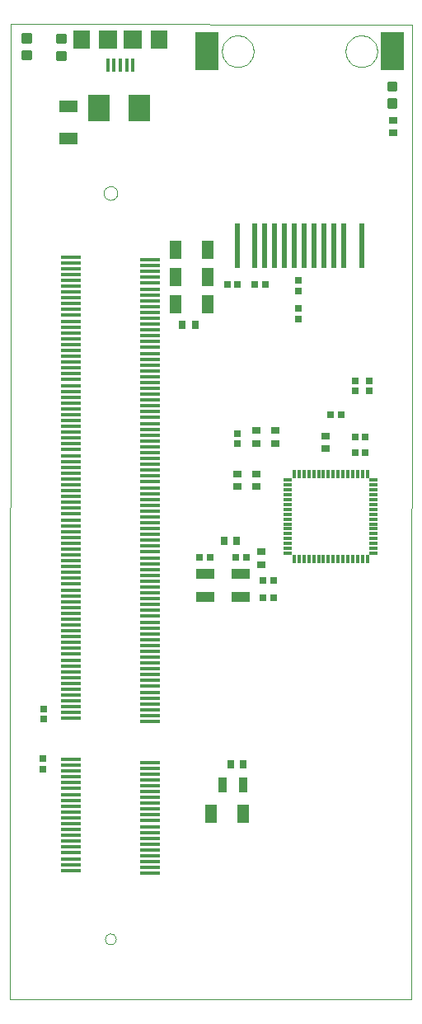
<source format=gtp>
G75*
%MOIN*%
%OFA0B0*%
%FSLAX24Y24*%
%IPPOS*%
%LPD*%
%AMOC8*
5,1,8,0,0,1.08239X$1,22.5*
%
%ADD10C,0.0000*%
%ADD11R,0.0900X0.1100*%
%ADD12C,0.0118*%
%ADD13R,0.0748X0.0433*%
%ADD14R,0.0740X0.0480*%
%ADD15R,0.0480X0.0740*%
%ADD16R,0.0276X0.0354*%
%ADD17R,0.0138X0.0551*%
%ADD18R,0.0709X0.0748*%
%ADD19R,0.0748X0.0748*%
%ADD20R,0.0354X0.0276*%
%ADD21R,0.0300X0.0270*%
%ADD22R,0.0270X0.0300*%
%ADD23R,0.0120X0.0320*%
%ADD24R,0.0320X0.0120*%
%ADD25R,0.0240X0.1810*%
%ADD26R,0.0980X0.1540*%
%ADD27R,0.0380X0.0600*%
%ADD28R,0.0787X0.0138*%
D10*
X002495Y003425D02*
X002515Y042865D01*
X018747Y042855D01*
X018717Y003425D01*
X002495Y003425D01*
X006338Y005873D02*
X006340Y005902D01*
X006346Y005930D01*
X006355Y005958D01*
X006368Y005984D01*
X006385Y006007D01*
X006404Y006029D01*
X006426Y006048D01*
X006451Y006063D01*
X006477Y006076D01*
X006505Y006084D01*
X006533Y006089D01*
X006562Y006090D01*
X006591Y006087D01*
X006619Y006080D01*
X006646Y006070D01*
X006672Y006056D01*
X006695Y006039D01*
X006716Y006019D01*
X006734Y005996D01*
X006749Y005971D01*
X006760Y005944D01*
X006768Y005916D01*
X006772Y005887D01*
X006772Y005859D01*
X006768Y005830D01*
X006760Y005802D01*
X006749Y005775D01*
X006734Y005750D01*
X006716Y005727D01*
X006695Y005707D01*
X006672Y005690D01*
X006646Y005676D01*
X006619Y005666D01*
X006591Y005659D01*
X006562Y005656D01*
X006533Y005657D01*
X006505Y005662D01*
X006477Y005670D01*
X006451Y005683D01*
X006426Y005698D01*
X006404Y005717D01*
X006385Y005739D01*
X006368Y005762D01*
X006355Y005788D01*
X006346Y005816D01*
X006340Y005844D01*
X006338Y005873D01*
X006279Y036031D02*
X006281Y036064D01*
X006287Y036096D01*
X006296Y036127D01*
X006309Y036157D01*
X006326Y036185D01*
X006346Y036211D01*
X006369Y036235D01*
X006394Y036255D01*
X006422Y036273D01*
X006451Y036287D01*
X006482Y036297D01*
X006514Y036304D01*
X006547Y036307D01*
X006580Y036306D01*
X006612Y036301D01*
X006643Y036292D01*
X006674Y036280D01*
X006702Y036264D01*
X006729Y036245D01*
X006753Y036223D01*
X006774Y036198D01*
X006793Y036171D01*
X006808Y036142D01*
X006819Y036112D01*
X006827Y036080D01*
X006831Y036047D01*
X006831Y036015D01*
X006827Y035982D01*
X006819Y035950D01*
X006808Y035920D01*
X006793Y035891D01*
X006774Y035864D01*
X006753Y035839D01*
X006729Y035817D01*
X006702Y035798D01*
X006674Y035782D01*
X006643Y035770D01*
X006612Y035761D01*
X006580Y035756D01*
X006547Y035755D01*
X006514Y035758D01*
X006482Y035765D01*
X006451Y035775D01*
X006422Y035789D01*
X006394Y035807D01*
X006369Y035827D01*
X006346Y035851D01*
X006326Y035877D01*
X006309Y035905D01*
X006296Y035935D01*
X006287Y035966D01*
X006281Y035998D01*
X006279Y036031D01*
X011065Y041765D02*
X011067Y041815D01*
X011073Y041865D01*
X011083Y041914D01*
X011096Y041963D01*
X011114Y042010D01*
X011135Y042056D01*
X011159Y042099D01*
X011187Y042141D01*
X011218Y042181D01*
X011252Y042218D01*
X011289Y042252D01*
X011329Y042283D01*
X011371Y042311D01*
X011414Y042335D01*
X011460Y042356D01*
X011507Y042374D01*
X011556Y042387D01*
X011605Y042397D01*
X011655Y042403D01*
X011705Y042405D01*
X011755Y042403D01*
X011805Y042397D01*
X011854Y042387D01*
X011903Y042374D01*
X011950Y042356D01*
X011996Y042335D01*
X012039Y042311D01*
X012081Y042283D01*
X012121Y042252D01*
X012158Y042218D01*
X012192Y042181D01*
X012223Y042141D01*
X012251Y042099D01*
X012275Y042056D01*
X012296Y042010D01*
X012314Y041963D01*
X012327Y041914D01*
X012337Y041865D01*
X012343Y041815D01*
X012345Y041765D01*
X012343Y041715D01*
X012337Y041665D01*
X012327Y041616D01*
X012314Y041567D01*
X012296Y041520D01*
X012275Y041474D01*
X012251Y041431D01*
X012223Y041389D01*
X012192Y041349D01*
X012158Y041312D01*
X012121Y041278D01*
X012081Y041247D01*
X012039Y041219D01*
X011996Y041195D01*
X011950Y041174D01*
X011903Y041156D01*
X011854Y041143D01*
X011805Y041133D01*
X011755Y041127D01*
X011705Y041125D01*
X011655Y041127D01*
X011605Y041133D01*
X011556Y041143D01*
X011507Y041156D01*
X011460Y041174D01*
X011414Y041195D01*
X011371Y041219D01*
X011329Y041247D01*
X011289Y041278D01*
X011252Y041312D01*
X011218Y041349D01*
X011187Y041389D01*
X011159Y041431D01*
X011135Y041474D01*
X011114Y041520D01*
X011096Y041567D01*
X011083Y041616D01*
X011073Y041665D01*
X011067Y041715D01*
X011065Y041765D01*
X016065Y041765D02*
X016067Y041815D01*
X016073Y041865D01*
X016083Y041914D01*
X016096Y041963D01*
X016114Y042010D01*
X016135Y042056D01*
X016159Y042099D01*
X016187Y042141D01*
X016218Y042181D01*
X016252Y042218D01*
X016289Y042252D01*
X016329Y042283D01*
X016371Y042311D01*
X016414Y042335D01*
X016460Y042356D01*
X016507Y042374D01*
X016556Y042387D01*
X016605Y042397D01*
X016655Y042403D01*
X016705Y042405D01*
X016755Y042403D01*
X016805Y042397D01*
X016854Y042387D01*
X016903Y042374D01*
X016950Y042356D01*
X016996Y042335D01*
X017039Y042311D01*
X017081Y042283D01*
X017121Y042252D01*
X017158Y042218D01*
X017192Y042181D01*
X017223Y042141D01*
X017251Y042099D01*
X017275Y042056D01*
X017296Y042010D01*
X017314Y041963D01*
X017327Y041914D01*
X017337Y041865D01*
X017343Y041815D01*
X017345Y041765D01*
X017343Y041715D01*
X017337Y041665D01*
X017327Y041616D01*
X017314Y041567D01*
X017296Y041520D01*
X017275Y041474D01*
X017251Y041431D01*
X017223Y041389D01*
X017192Y041349D01*
X017158Y041312D01*
X017121Y041278D01*
X017081Y041247D01*
X017039Y041219D01*
X016996Y041195D01*
X016950Y041174D01*
X016903Y041156D01*
X016854Y041143D01*
X016805Y041133D01*
X016755Y041127D01*
X016705Y041125D01*
X016655Y041127D01*
X016605Y041133D01*
X016556Y041143D01*
X016507Y041156D01*
X016460Y041174D01*
X016414Y041195D01*
X016371Y041219D01*
X016329Y041247D01*
X016289Y041278D01*
X016252Y041312D01*
X016218Y041349D01*
X016187Y041389D01*
X016159Y041431D01*
X016135Y041474D01*
X016114Y041520D01*
X016096Y041567D01*
X016083Y041616D01*
X016073Y041665D01*
X016067Y041715D01*
X016065Y041765D01*
D11*
X007711Y039485D03*
X006099Y039485D03*
D12*
X004713Y041442D02*
X004437Y041442D01*
X004437Y041718D01*
X004713Y041718D01*
X004713Y041442D01*
X004713Y041559D02*
X004437Y041559D01*
X004437Y041676D02*
X004713Y041676D01*
X004713Y042132D02*
X004437Y042132D01*
X004437Y042408D01*
X004713Y042408D01*
X004713Y042132D01*
X004713Y042249D02*
X004437Y042249D01*
X004437Y042366D02*
X004713Y042366D01*
X003313Y042428D02*
X003037Y042428D01*
X003313Y042428D02*
X003313Y042152D01*
X003037Y042152D01*
X003037Y042428D01*
X003037Y042269D02*
X003313Y042269D01*
X003313Y042386D02*
X003037Y042386D01*
X003037Y041738D02*
X003313Y041738D01*
X003313Y041462D01*
X003037Y041462D01*
X003037Y041738D01*
X003037Y041579D02*
X003313Y041579D01*
X003313Y041696D02*
X003037Y041696D01*
X017827Y040212D02*
X018103Y040212D01*
X017827Y040212D02*
X017827Y040488D01*
X018103Y040488D01*
X018103Y040212D01*
X018103Y040329D02*
X017827Y040329D01*
X017827Y040446D02*
X018103Y040446D01*
X018103Y039522D02*
X017827Y039522D01*
X017827Y039798D01*
X018103Y039798D01*
X018103Y039522D01*
X018103Y039639D02*
X017827Y039639D01*
X017827Y039756D02*
X018103Y039756D01*
D13*
X011833Y020628D03*
X011833Y019722D03*
X010377Y019722D03*
X010377Y020628D03*
D14*
X004845Y038235D03*
X004845Y039535D03*
D15*
X009185Y033755D03*
X009195Y032635D03*
X009205Y031535D03*
X010505Y031535D03*
X010495Y032635D03*
X010485Y033755D03*
X010615Y010935D03*
X011915Y010935D03*
D16*
X011921Y012935D03*
X011409Y012935D03*
X011661Y021965D03*
X011149Y021965D03*
X009981Y030715D03*
X009469Y030715D03*
D17*
X007467Y041202D03*
X007211Y041202D03*
X006955Y041202D03*
X006699Y041202D03*
X006443Y041202D03*
D18*
X005380Y042245D03*
X008530Y042245D03*
D19*
X007455Y042245D03*
X006455Y042245D03*
D20*
X012455Y026431D03*
X012455Y025919D03*
X013235Y025919D03*
X013235Y026431D03*
X012455Y024681D03*
X012455Y024169D03*
X011675Y024169D03*
X011675Y024681D03*
X012665Y021531D03*
X012665Y021019D03*
X015255Y025709D03*
X015255Y026221D03*
X017975Y038469D03*
X017975Y038981D03*
D21*
X014145Y032495D03*
X014145Y032075D03*
X014145Y031375D03*
X014145Y030955D03*
X016445Y028445D03*
X016445Y028025D03*
X017025Y028025D03*
X017025Y028445D03*
X011685Y026315D03*
X011685Y025895D03*
X003845Y015185D03*
X003845Y014765D03*
X003835Y013175D03*
X003835Y012755D03*
D22*
X010165Y021305D03*
X010585Y021305D03*
X011625Y021305D03*
X012045Y021305D03*
X012735Y020365D03*
X013155Y020365D03*
X013155Y019665D03*
X012735Y019665D03*
X016445Y025545D03*
X016865Y025545D03*
X016865Y026175D03*
X016445Y026175D03*
X015885Y027085D03*
X015465Y027085D03*
X012815Y032325D03*
X012395Y032325D03*
X011695Y032325D03*
X011275Y032325D03*
D23*
X013985Y024685D03*
X014185Y024685D03*
X014385Y024685D03*
X014575Y024685D03*
X014775Y024685D03*
X014975Y024685D03*
X015165Y024685D03*
X015365Y024685D03*
X015565Y024685D03*
X015765Y024685D03*
X015955Y024685D03*
X016155Y024685D03*
X016355Y024685D03*
X016545Y024685D03*
X016745Y024685D03*
X016945Y024685D03*
X016945Y021225D03*
X016745Y021225D03*
X016545Y021225D03*
X016355Y021225D03*
X016155Y021225D03*
X015955Y021225D03*
X015765Y021225D03*
X015565Y021225D03*
X015365Y021225D03*
X015165Y021225D03*
X014975Y021225D03*
X014775Y021225D03*
X014575Y021225D03*
X014385Y021225D03*
X014185Y021225D03*
X013985Y021225D03*
D24*
X013735Y021475D03*
X013735Y021675D03*
X013735Y021875D03*
X013735Y022065D03*
X013735Y022265D03*
X013735Y022465D03*
X013735Y022655D03*
X013735Y022855D03*
X013735Y023055D03*
X013735Y023255D03*
X013735Y023445D03*
X013735Y023645D03*
X013735Y023845D03*
X013735Y024035D03*
X013735Y024235D03*
X013735Y024435D03*
X017195Y024435D03*
X017195Y024235D03*
X017195Y024035D03*
X017195Y023845D03*
X017195Y023645D03*
X017195Y023445D03*
X017195Y023255D03*
X017195Y023055D03*
X017195Y022855D03*
X017195Y022655D03*
X017195Y022465D03*
X017195Y022265D03*
X017195Y022065D03*
X017195Y021875D03*
X017195Y021675D03*
X017195Y021475D03*
D25*
X016725Y033915D03*
X016005Y033915D03*
X015605Y033915D03*
X015205Y033915D03*
X014805Y033915D03*
X014405Y033915D03*
X014005Y033915D03*
X013605Y033915D03*
X013205Y033915D03*
X012805Y033915D03*
X012405Y033915D03*
X011685Y033915D03*
D26*
X010455Y041765D03*
X017955Y041765D03*
D27*
X011925Y012115D03*
X011105Y012115D03*
D28*
X008169Y012074D03*
X008169Y012310D03*
X008169Y012546D03*
X008169Y012783D03*
X008169Y013019D03*
X008169Y011838D03*
X008169Y011602D03*
X008169Y011365D03*
X008169Y011129D03*
X008169Y010893D03*
X008169Y010657D03*
X008169Y010420D03*
X008169Y010184D03*
X008169Y009948D03*
X008169Y009712D03*
X008169Y009476D03*
X008169Y009239D03*
X008169Y009003D03*
X008169Y008767D03*
X008169Y008531D03*
X004941Y008649D03*
X004941Y008885D03*
X004941Y009121D03*
X004941Y009357D03*
X004941Y009594D03*
X004941Y009830D03*
X004941Y010066D03*
X004941Y010302D03*
X004941Y010539D03*
X004941Y010775D03*
X004941Y011011D03*
X004941Y011247D03*
X004941Y011483D03*
X004941Y011720D03*
X004941Y011956D03*
X004941Y012192D03*
X004941Y012428D03*
X004941Y012665D03*
X004941Y012901D03*
X004941Y013137D03*
X004941Y014791D03*
X004941Y015027D03*
X004941Y015263D03*
X004941Y015499D03*
X004941Y015735D03*
X004941Y015972D03*
X004941Y016208D03*
X004941Y016444D03*
X004941Y016680D03*
X004941Y016916D03*
X004941Y017153D03*
X004941Y017389D03*
X004941Y017625D03*
X004941Y017861D03*
X004941Y018098D03*
X004941Y018334D03*
X004941Y018570D03*
X004941Y018806D03*
X004941Y019042D03*
X004941Y019279D03*
X004941Y019515D03*
X004941Y019751D03*
X004941Y019987D03*
X004941Y020224D03*
X004941Y020460D03*
X004941Y020696D03*
X004941Y020932D03*
X004941Y021168D03*
X004941Y021405D03*
X004941Y021641D03*
X004941Y021877D03*
X004941Y022113D03*
X004941Y022350D03*
X004941Y022586D03*
X004941Y022822D03*
X004941Y023058D03*
X004941Y023294D03*
X004941Y023531D03*
X004941Y023767D03*
X004941Y024003D03*
X004941Y024239D03*
X004941Y024476D03*
X004941Y024712D03*
X004941Y024948D03*
X004941Y025184D03*
X004941Y025420D03*
X004941Y025657D03*
X004941Y025893D03*
X004941Y026129D03*
X004941Y026365D03*
X004941Y026602D03*
X004941Y026838D03*
X004941Y027074D03*
X004941Y027310D03*
X004941Y027546D03*
X004941Y027783D03*
X004941Y028019D03*
X004941Y028255D03*
X004941Y028491D03*
X004941Y028728D03*
X004941Y028964D03*
X004941Y029200D03*
X004941Y029436D03*
X004941Y029672D03*
X004941Y029909D03*
X004941Y030145D03*
X004941Y030381D03*
X004941Y030617D03*
X004941Y030854D03*
X004941Y031090D03*
X004941Y031326D03*
X004941Y031562D03*
X004941Y031798D03*
X004941Y032035D03*
X004941Y032271D03*
X004941Y032507D03*
X004941Y032743D03*
X004941Y032979D03*
X004941Y033216D03*
X004941Y033452D03*
X008169Y033334D03*
X008169Y033098D03*
X008169Y032861D03*
X008169Y032625D03*
X008169Y032389D03*
X008169Y032153D03*
X008169Y031916D03*
X008169Y031680D03*
X008169Y031444D03*
X008169Y031208D03*
X008169Y030972D03*
X008169Y030735D03*
X008169Y030499D03*
X008169Y030263D03*
X008169Y030027D03*
X008169Y029791D03*
X008169Y029554D03*
X008169Y029318D03*
X008169Y029082D03*
X008169Y028846D03*
X008169Y028609D03*
X008169Y028373D03*
X008169Y028137D03*
X008169Y027901D03*
X008169Y027665D03*
X008169Y027428D03*
X008169Y027192D03*
X008169Y026956D03*
X008169Y026720D03*
X008169Y026483D03*
X008169Y026247D03*
X008169Y026011D03*
X008169Y025775D03*
X008169Y025539D03*
X008169Y025302D03*
X008169Y025066D03*
X008169Y024830D03*
X008169Y024594D03*
X008169Y024357D03*
X008169Y024121D03*
X008169Y023885D03*
X008169Y023649D03*
X008169Y023413D03*
X008169Y023176D03*
X008169Y022940D03*
X008169Y022704D03*
X008169Y022468D03*
X008169Y022231D03*
X008169Y021995D03*
X008169Y021759D03*
X008169Y021523D03*
X008169Y021287D03*
X008169Y021050D03*
X008169Y020814D03*
X008169Y020578D03*
X008169Y020342D03*
X008169Y020105D03*
X008169Y019869D03*
X008169Y019633D03*
X008169Y019397D03*
X008169Y019161D03*
X008169Y018924D03*
X008169Y018688D03*
X008169Y018452D03*
X008169Y018216D03*
X008169Y017979D03*
X008169Y017743D03*
X008169Y017507D03*
X008169Y017271D03*
X008169Y017035D03*
X008169Y016798D03*
X008169Y016562D03*
X008169Y016326D03*
X008169Y016090D03*
X008169Y015854D03*
X008169Y015617D03*
X008169Y015381D03*
X008169Y015145D03*
X008169Y014909D03*
X008169Y014672D03*
M02*

</source>
